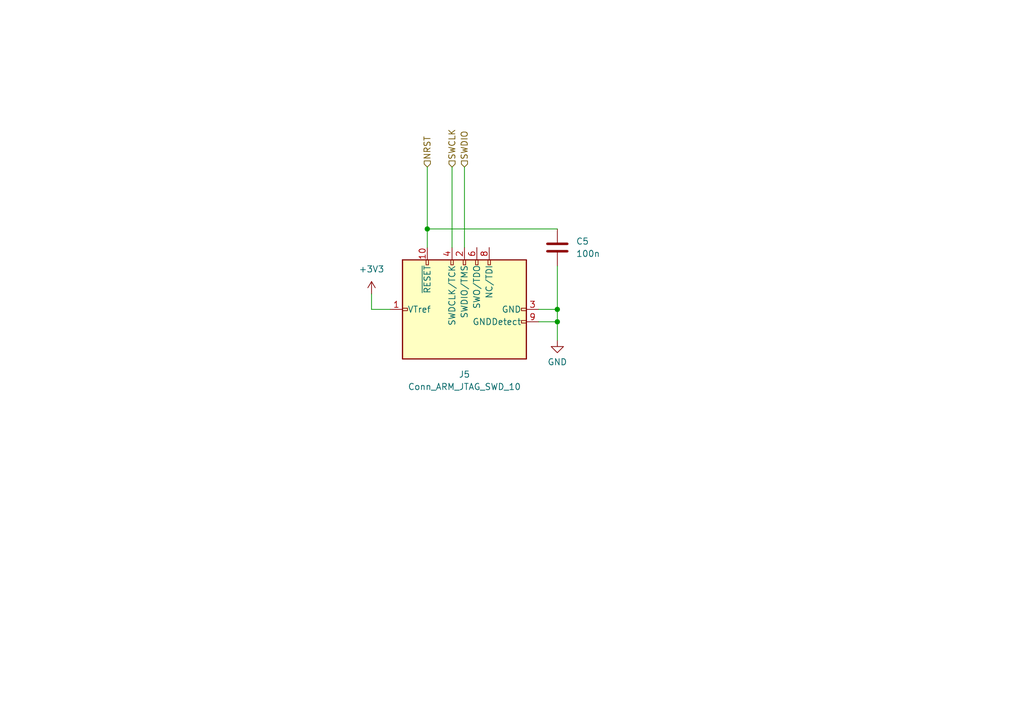
<source format=kicad_sch>
(kicad_sch (version 20211123) (generator eeschema)
  (paper "A5")
  (title_block (title "PAL 9000") (date "3/5/2022") (rev "2") (company "Purdue Space Program High Altitude"))
  (lib_symbols
    (symbol "Connector:Conn_ARM_JTAG_SWD_10" (pin_names (offset 1.016))
      (property "Reference" "J" (at -2.54 16.51 0))
      (property "Value" "Conn_ARM_JTAG_SWD_10" (at -2.54 13.97 0))
      (symbol "Conn_ARM_JTAG_SWD_10_0_1"
        (rectangle (start -10.16 12.7) (end 10.16 -12.7) (stroke (width 0.254)) (fill (type background)))
        (rectangle (start -2.794 -12.7) (end -2.286 -11.684))
        (rectangle (start -0.254 -12.7) (end 0.254 -11.684))
        (rectangle (start -0.254 12.7) (end 0.254 11.684))
        (rectangle (start 9.144 2.286) (end 10.16 2.794))
        (rectangle (start 10.16 -2.794) (end 9.144 -2.286))
        (rectangle (start 10.16 -0.254) (end 9.144 0.254))
        (rectangle (start 10.16 7.874) (end 9.144 7.366))
      )
      (symbol "Conn_ARM_JTAG_SWD_10_1_1"
        (rectangle (start 9.144 -5.334) (end 10.16 -4.826))
        (pin power_in line (at 0 15.24 270) (length 2.54) (name "VTref") (number "1"))
        (pin open_collector line (at 12.7 7.62 180) (length 2.54) (name "~{RESET}") (number "10"))
        (pin bidirectional line (at 12.7 0 180) (length 2.54) (name "SWDIO/TMS") (number "2"))
        (pin power_in line (at 0 -15.24 90) (length 2.54) (name "GND") (number "3"))
        (pin output line (at 12.7 2.54 180) (length 2.54) (name "SWDCLK/TCK") (number "4"))
        (pin passive line (at 0 -15.24 90) (length 2.54) hide (name "GND") (number "5"))
        (pin input line (at 12.7 -2.54 180) (length 2.54) (name "SWO/TDO") (number "6"))
        (pin no_connect line (at -10.16 0 0) (length 2.54) hide (name "KEY") (number "7"))
        (pin output line (at 12.7 -5.08 180) (length 2.54) (name "NC/TDI") (number "8"))
        (pin passive line (at -2.54 -15.24 90) (length 2.54) (name "GNDDetect") (number "9"))
      )
    )
    (symbol "Device:C" (pin_numbers hide) (pin_names (offset 0.254))
      (property "Reference" "C" (at 0.635 2.54 0))
      (property "Value" "C" (at 0.635 -2.54 0))
      (symbol "C_0_1"
        (polyline (pts (xy -2.032 -0.762) (xy 2.032 -0.762)) (stroke (width 0.508)))
        (polyline (pts (xy -2.032 0.762) (xy 2.032 0.762)) (stroke (width 0.508)))
      )
      (symbol "C_1_1"
        (pin passive line (at 0 3.81 270) (length 2.794) (name "~") (number "1"))
        (pin passive line (at 0 -3.81 90) (length 2.794) (name "~") (number "2"))
      )
    )
    (symbol "power:+3V3" (power) (pin_names (offset 0))
      (property "Value" "+3V3" (at 0 3.556 0))
      (symbol "+3V3_0_1"
        (polyline (pts (xy -0.762 1.27) (xy 0 2.54)))
        (polyline (pts (xy 0 0) (xy 0 2.54)))
        (polyline (pts (xy 0 2.54) (xy 0.762 1.27)))
      )
      (symbol "+3V3_1_1"
        (pin power_in line (at 0 0 90) (length 0) hide (name "+3V3") (number "1"))
      )
    )
    (symbol "power:GND" (power) (pin_names (offset 0))
      (property "Value" "GND" (at 0 -3.81 0))
      (symbol "GND_0_1"
        (polyline (pts (xy 0 0) (xy 0 -1.27) (xy 1.27 -1.27) (xy 0 -2.54) (xy -1.27 -1.27) (xy 0 -1.27)))
      )
      (symbol "GND_1_1"
        (pin power_in line (at 0 0 270) (length 0) hide (name "GND") (number "1"))
      )
    )
  )
  (junction (at 114.3 63.5))
  (junction (at 87.63 46.99))
  (junction (at 114.3 66.04))
  (wire (pts (xy 95.25 34.29) (xy 95.25 50.8)))
  (wire (pts (xy 87.63 46.99) (xy 87.63 50.8)))
  (wire (pts (xy 87.63 34.29) (xy 87.63 46.99)))
  (wire (pts (xy 76.2 63.5) (xy 76.2 60.325)))
  (wire (pts (xy 114.3 63.5) (xy 114.3 66.04)))
  (wire (pts (xy 114.3 54.61) (xy 114.3 63.5)))
  (wire (pts (xy 87.63 46.99) (xy 114.3 46.99)))
  (wire (pts (xy 92.71 34.29) (xy 92.71 50.8)))
  (wire (pts (xy 80.01 63.5) (xy 76.2 63.5)))
  (wire (pts (xy 110.49 63.5) (xy 114.3 63.5)))
  (wire (pts (xy 114.3 66.04) (xy 114.3 69.85)))
  (wire (pts (xy 110.49 66.04) (xy 114.3 66.04)))
  (hierarchical_label "SWCLK" (shape input) (at 92.71 34.29 90))
  (hierarchical_label "SWDIO" (shape input) (at 95.25 34.29 90))
  (hierarchical_label "NRST" (shape input) (at 87.63 34.29 90))
  (symbol (lib_id "power:+3V3") (at 76.2 60.325 0) (unit 1)
    (property "Reference" "#PWR011" (effects hide))
    (property "Value" "+3V3" (at 76.2 55.245 0))
  )
  (symbol (lib_id "power:GND") (at 114.3 69.85 0) (unit 1)
    (property "Reference" "#PWR012" (effects hide))
    (property "Value" "GND" (at 114.3 74.295 0))
  )
  (symbol (lib_id "Device:C") (at 114.3 50.8 0) (unit 1)
    (property "Reference" "C5" (at 118.11 49.5299 0) (effects (justify left)))
    (property "Value" "100n" (at 118.11 52.0699 0) (effects (justify left)))
    (property "Footprint" "Capacitor_SMD:C_0603_1608Metric" (effects hide))
  )
  (symbol (lib_id "Connector:Conn_ARM_JTAG_SWD_10") (at 95.25 63.5 90) (unit 1)
    (property "Reference" "J5" (at 95.25 76.835 90))
    (property "Value" "Conn_ARM_JTAG_SWD_10" (at 95.25 79.375 90))
    (property "Footprint" "footprints:ARM-JTAG-10-SWD-IDC" (effects hide))
    (property "Datasheet" "http://infocenter.arm.com/help/topic/com.arm.doc.ddi0314h/DDI0314H_coresight_components_trm.pdf" (effects hide))
  )
)
</source>
